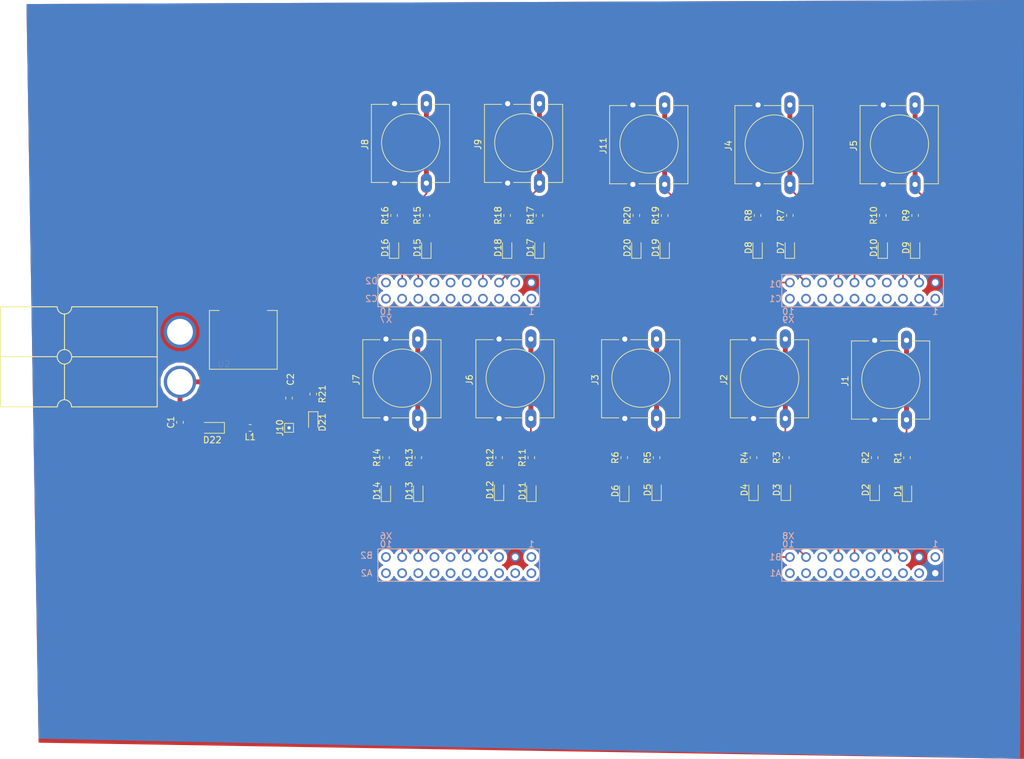
<source format=kicad_pcb>
(kicad_pcb (version 20171130) (host pcbnew "(5.0.0)")
  (layers (0 F.Cu signal) (31 B.Cu signal) (34 B.Paste user) (35 F.Paste user) (36 B.SilkS user) (37 F.SilkS user) (38 B.Mask user) (39 F.Mask user) (44 Edge.Cuts user))
  (net 0 "")
  (net 1 GND)
  (net 2 +3V3)
  (net 3 "Net-(D1-Pad2)")
  (net 4 "Net-(D2-Pad2)")
  (net 5 "Net-(D3-Pad2)")
  (net 6 "Net-(D4-Pad2)")
  (net 7 "Net-(D5-Pad2)")
  (net 8 "Net-(D6-Pad2)")
  (net 9 "Net-(D7-Pad2)")
  (net 10 "Net-(D8-Pad2)")
  (net 11 "Net-(D9-Pad2)")
  (net 12 "Net-(D10-Pad2)")
  (net 13 "Net-(D11-Pad2)")
  (net 14 "Net-(D12-Pad2)")
  (net 15 "Net-(D13-Pad2)")
  (net 16 "Net-(D14-Pad2)")
  (net 17 "Net-(D15-Pad2)")
  (net 18 "Net-(D16-Pad2)")
  (net 19 "Net-(D17-Pad2)")
  (net 20 "Net-(D18-Pad2)")
  (net 21 "Net-(D19-Pad2)")
  (net 22 "Net-(D20-Pad2)")
  (net 23 "Net-(D21-Pad1)")
  (net 24 "Net-(D22-Pad1)")
  (net 25 Send_ArmArticulation)
  (net 26 REC_LED_ArmArticulation)
  (net 27 Send_ScienceSensor)
  (net 28 REC_LED_ScienceSensor)
  (net 29 Send_ScienceActuation)
  (net 30 REC_LED_ScienceActuation)
  (net 31 Send_Gimbal)
  (net 32 REC_LED_Gimbal)
  (net 33 REC_LED_DriveCommand)
  (net 34 Send_NavigationalControl)
  (net 35 REC_LED_NavigationalControl)
  (net 36 Send_12VDistribution)
  (net 37 REC_LED_12VDistribution)
  (net 38 Send_BatteryManagement)
  (net 39 REC_LED_BatteryManagement)
  (net 40 Send_PackVoltageDistribution)
  (net 41 REC_LED_PackVoltageDistribution)
  (net 42 Send_Multimedia)
  (net 43 REC_LED_Multimedia)
  (net 44 "Net-(U1-PadPM6)")
  (net 45 "Net-(U1-PadPQ2)")
  (net 46 "Net-(U1-PadPQ3)")
  (net 47 "Net-(U1-PadPQ0)")
  (net 48 "Net-(U1-PadRese')")
  (net 49 "Net-(U1-PadPN5)")
  (net 50 "Net-(U1-PadPK2)")
  (net 51 "Net-(U1-PadPK1)")
  (net 52 "Net-(U1-PadPB4)")
  (net 53 "Net-(U1-PadPA5)")
  (net 54 "Net-(U1-PadPD2)")
  (net 55 "Net-(U1-PadPP0)")
  (net 56 "Net-(U1-PadPP1)")
  (net 57 "Net-(U1-PadPD4)")
  (net 58 "Net-(U1-PadPD5)")
  (net 59 "Net-(U1-PadPP4)")
  (net 60 "Net-(U1-PadPN4)")
  (net 61 "Net-(U1-PadPG1)")
  (net 62 "Net-(U1-PadPK4)")
  (net 63 "Net-(U1-PadPK5)")
  (net 64 "Net-(U1-PadPM0)")
  (net 65 "Net-(U1-PadPM1)")
  (net 66 "Net-(U1-PadPM2)")
  (net 67 "Net-(U1-PadPH0)")
  (net 68 "Net-(U1-PadPH1)")
  (net 69 "Net-(U1-PadPK6)")
  (net 70 "Net-(U1-PadPK7)")
  (net 71 "Net-(U1-PadPM7)")
  (net 72 "Net-(U1-Pad+5V)")
  (net 73 "Net-(U1-PadPE2)")
  (net 74 "Net-(U1-PadPA6)")
  (net 75 "Net-(U1-PadPE4)")
  (net 76 "Net-(U1-PadPC4)")
  (net 77 "Net-(U1-PadPC5)")
  (net 78 "Net-(U1-PadPC6)")
  (net 79 "Net-(U1-PadPE5)")
  (net 80 "Net-(U1-PadPD3)")
  (net 81 "Net-(U1-PadPC7)")
  (net 82 "Net-(U1-PadPB2)")
  (net 83 "Net-(U1-PadPB3)")
  (net 84 "Net-(U1-PadPF1)")
  (net 85 "Net-(U1-PadPF2)")
  (net 86 "Net-(U1-PadPF3)")
  (net 87 "Net-(U1-PadPG0)")
  (net 88 "Net-(U1-PadPL4)")
  (net 89 "Net-(U1-PadPL5)")
  (net 90 "Net-(U1-PadPL0)")
  (net 91 "Net-(U1-PadPL1)")
  (net 92 "Net-(U1-PadPL2)")
  (net 93 "Net-(U1-PadPL3)")
  (net 94 Send_DriveCommand)
  (net 95 "Net-(U1-PadPH3)")
  (net 96 "Net-(U1-PadRese)")
  (net 97 "Net-(U1-PadPN2)")
  (net 98 "Net-(C1-Pad2)")
  (module Capacitor_SMD:C_0603_1608Metric_Pad1.05x0.95mm_HandSolder (layer F.Cu) (at 103.505 112.155 90)
    (fp_text reference C1 (at 0 -1.43 90) (layer F.SilkS))
    (fp_text value 100uF)
    (pad 1 smd roundrect (at -0.875 0 90) (size 1.05 0.95) (layers F.Cu F.Paste F.Mask) (net 1 GND))
    (pad 2 smd roundrect (at 0.875 0 90) (size 1.05 0.95) (layers F.Cu F.Paste F.Mask) (net 98 "Net-(C1-Pad2)"))
  )
  (module Capacitor_SMD:C_0603_1608Metric_Pad1.05x0.95mm_HandSolder (layer F.Cu) (at 120.65 108.345 90)
    (fp_text reference C2 (at 2.935 0.24 90) (layer F.SilkS))
    (fp_text value 1000uF)
    (pad 2 smd roundrect (at 0.875 0 90) (size 1.05 0.95) (layers F.Cu F.Paste F.Mask) (net 1 GND))
    (pad 1 smd roundrect (at -0.875 0 90) (size 1.05 0.95) (layers F.Cu F.Paste F.Mask) (net 2 +3V3))
  )
  (module MRDT_Connectors:Anderson_2_Horizontal_Side_by_Side (layer F.Cu) (at 103.4796 97.917)
    (fp_text reference Conn1 hide)
    (fp_text value AndersonPP)
    (pad 2 thru_hole circle (at 0.0254 7.874) (size 5.08 5.08) (drill 4.06) (layers *.Cu *.Mask F.Paste) (net 98 "Net-(C1-Pad2)"))
    (pad 1 thru_hole circle (at 0.0254 0) (size 5.08 5.08) (drill 4.06) (layers *.Cu *.Mask F.Paste) (net 1 GND))
  )
  (module LED_SMD:LED_0603_1608Metric_Pad1.05x0.95mm_HandSolder (layer F.Cu) (at 217.805 122.95 90)
    (fp_text reference D1 (at 0 -1.43 90) (layer F.SilkS))
    (fp_text value LED)
    (pad 2 smd roundrect (at 0.875 0 90) (size 1.05 0.95) (layers F.Cu F.Paste F.Mask) (net 3 "Net-(D1-Pad2)"))
    (pad 1 smd roundrect (at -0.875 0 90) (size 1.05 0.95) (layers F.Cu F.Paste F.Mask) (net 1 GND))
  )
  (module LED_SMD:LED_0603_1608Metric_Pad1.05x0.95mm_HandSolder (layer F.Cu) (at 212.725 122.795 90)
    (fp_text reference D2 (at 0 -1.43 90) (layer F.SilkS))
    (fp_text value LED)
    (pad 1 smd roundrect (at -0.875 0 90) (size 1.05 0.95) (layers F.Cu F.Paste F.Mask) (net 1 GND))
    (pad 2 smd roundrect (at 0.875 0 90) (size 1.05 0.95) (layers F.Cu F.Paste F.Mask) (net 4 "Net-(D2-Pad2)"))
  )
  (module LED_SMD:LED_0603_1608Metric_Pad1.05x0.95mm_HandSolder (layer F.Cu) (at 198.755 122.795 90)
    (fp_text reference D3 (at 0 -1.43 90) (layer F.SilkS))
    (fp_text value LED)
    (pad 1 smd roundrect (at -0.875 0 90) (size 1.05 0.95) (layers F.Cu F.Paste F.Mask) (net 1 GND))
    (pad 2 smd roundrect (at 0.875 0 90) (size 1.05 0.95) (layers F.Cu F.Paste F.Mask) (net 5 "Net-(D3-Pad2)"))
  )
  (module LED_SMD:LED_0603_1608Metric_Pad1.05x0.95mm_HandSolder (layer F.Cu) (at 193.675 122.795 90)
    (fp_text reference D4 (at 0 -1.43 90) (layer F.SilkS))
    (fp_text value LED)
    (pad 1 smd roundrect (at -0.875 0 90) (size 1.05 0.95) (layers F.Cu F.Paste F.Mask) (net 1 GND))
    (pad 2 smd roundrect (at 0.875 0 90) (size 1.05 0.95) (layers F.Cu F.Paste F.Mask) (net 6 "Net-(D4-Pad2)"))
  )
  (module LED_SMD:LED_0603_1608Metric_Pad1.05x0.95mm_HandSolder (layer F.Cu) (at 178.435 122.795 90)
    (fp_text reference D5 (at 0 -1.43 90) (layer F.SilkS))
    (fp_text value LED)
    (pad 2 smd roundrect (at 0.875 0 90) (size 1.05 0.95) (layers F.Cu F.Paste F.Mask) (net 7 "Net-(D5-Pad2)"))
    (pad 1 smd roundrect (at -0.875 0 90) (size 1.05 0.95) (layers F.Cu F.Paste F.Mask) (net 1 GND))
  )
  (module LED_SMD:LED_0603_1608Metric_Pad1.05x0.95mm_HandSolder (layer F.Cu) (at 173.355 122.95 90)
    (fp_text reference D6 (at 0 -1.43 90) (layer F.SilkS))
    (fp_text value LED)
    (pad 1 smd roundrect (at -0.875 0 90) (size 1.05 0.95) (layers F.Cu F.Paste F.Mask) (net 1 GND))
    (pad 2 smd roundrect (at 0.875 0 90) (size 1.05 0.95) (layers F.Cu F.Paste F.Mask) (net 8 "Net-(D6-Pad2)"))
  )
  (module LED_SMD:LED_0603_1608Metric_Pad1.05x0.95mm_HandSolder (layer F.Cu) (at 199.39 84.695 90)
    (fp_text reference D7 (at 0 -1.43 90) (layer F.SilkS))
    (fp_text value LED)
    (pad 2 smd roundrect (at 0.875 0 90) (size 1.05 0.95) (layers F.Cu F.Paste F.Mask) (net 9 "Net-(D7-Pad2)"))
    (pad 1 smd roundrect (at -0.875 0 90) (size 1.05 0.95) (layers F.Cu F.Paste F.Mask) (net 1 GND))
  )
  (module LED_SMD:LED_0603_1608Metric_Pad1.05x0.95mm_HandSolder (layer F.Cu) (at 194.31 84.695 90)
    (fp_text reference D8 (at 0 -1.43 90) (layer F.SilkS))
    (fp_text value LED)
    (pad 2 smd roundrect (at 0.875 0 90) (size 1.05 0.95) (layers F.Cu F.Paste F.Mask) (net 10 "Net-(D8-Pad2)"))
    (pad 1 smd roundrect (at -0.875 0 90) (size 1.05 0.95) (layers F.Cu F.Paste F.Mask) (net 1 GND))
  )
  (module LED_SMD:LED_0603_1608Metric_Pad1.05x0.95mm_HandSolder (layer F.Cu) (at 219.075 84.695 90)
    (fp_text reference D9 (at 0 -1.43 90) (layer F.SilkS))
    (fp_text value LED)
    (pad 2 smd roundrect (at 0.875 0 90) (size 1.05 0.95) (layers F.Cu F.Paste F.Mask) (net 11 "Net-(D9-Pad2)"))
    (pad 1 smd roundrect (at -0.875 0 90) (size 1.05 0.95) (layers F.Cu F.Paste F.Mask) (net 1 GND))
  )
  (module LED_SMD:LED_0603_1608Metric_Pad1.05x0.95mm_HandSolder (layer F.Cu) (at 213.995 84.695 90)
    (fp_text reference D10 (at 0 -1.43 90) (layer F.SilkS))
    (fp_text value LED)
    (pad 1 smd roundrect (at -0.875 0 90) (size 1.05 0.95) (layers F.Cu F.Paste F.Mask) (net 1 GND))
    (pad 2 smd roundrect (at 0.875 0 90) (size 1.05 0.95) (layers F.Cu F.Paste F.Mask) (net 12 "Net-(D10-Pad2)"))
  )
  (module LED_SMD:LED_0603_1608Metric_Pad1.05x0.95mm_HandSolder (layer F.Cu) (at 158.75 122.95 90)
    (fp_text reference D11 (at 0 -1.43 90) (layer F.SilkS))
    (fp_text value LED)
    (pad 2 smd roundrect (at 0.875 0 90) (size 1.05 0.95) (layers F.Cu F.Paste F.Mask) (net 13 "Net-(D11-Pad2)"))
    (pad 1 smd roundrect (at -0.875 0 90) (size 1.05 0.95) (layers F.Cu F.Paste F.Mask) (net 1 GND))
  )
  (module LED_SMD:LED_0603_1608Metric_Pad1.05x0.95mm_HandSolder (layer F.Cu) (at 153.67 122.795 90)
    (fp_text reference D12 (at 0 -1.43 90) (layer F.SilkS))
    (fp_text value LED)
    (pad 1 smd roundrect (at -0.875 0 90) (size 1.05 0.95) (layers F.Cu F.Paste F.Mask) (net 1 GND))
    (pad 2 smd roundrect (at 0.875 0 90) (size 1.05 0.95) (layers F.Cu F.Paste F.Mask) (net 14 "Net-(D12-Pad2)"))
  )
  (module LED_SMD:LED_0603_1608Metric_Pad1.05x0.95mm_HandSolder (layer F.Cu) (at 140.97 122.95 90)
    (fp_text reference D13 (at 0 -1.43 90) (layer F.SilkS))
    (fp_text value LED)
    (pad 1 smd roundrect (at -0.875 0 90) (size 1.05 0.95) (layers F.Cu F.Paste F.Mask) (net 1 GND))
    (pad 2 smd roundrect (at 0.875 0 90) (size 1.05 0.95) (layers F.Cu F.Paste F.Mask) (net 15 "Net-(D13-Pad2)"))
  )
  (module LED_SMD:LED_0603_1608Metric_Pad1.05x0.95mm_HandSolder (layer F.Cu) (at 135.89 122.95 90)
    (fp_text reference D14 (at 0 -1.43 90) (layer F.SilkS))
    (fp_text value LED)
    (pad 1 smd roundrect (at -0.875 0 90) (size 1.05 0.95) (layers F.Cu F.Paste F.Mask) (net 1 GND))
    (pad 2 smd roundrect (at 0.875 0 90) (size 1.05 0.95) (layers F.Cu F.Paste F.Mask) (net 16 "Net-(D14-Pad2)"))
  )
  (module LED_SMD:LED_0603_1608Metric_Pad1.05x0.95mm_HandSolder (layer F.Cu) (at 142.24 84.695 90)
    (fp_text reference D15 (at 0 -1.43 90) (layer F.SilkS))
    (fp_text value LED)
    (pad 2 smd roundrect (at 0.875 0 90) (size 1.05 0.95) (layers F.Cu F.Paste F.Mask) (net 17 "Net-(D15-Pad2)"))
    (pad 1 smd roundrect (at -0.875 0 90) (size 1.05 0.95) (layers F.Cu F.Paste F.Mask) (net 1 GND))
  )
  (module LED_SMD:LED_0603_1608Metric_Pad1.05x0.95mm_HandSolder (layer F.Cu) (at 137.16 84.695 90)
    (fp_text reference D16 (at 0 -1.43 90) (layer F.SilkS))
    (fp_text value LED)
    (pad 2 smd roundrect (at 0.875 0 90) (size 1.05 0.95) (layers F.Cu F.Paste F.Mask) (net 18 "Net-(D16-Pad2)"))
    (pad 1 smd roundrect (at -0.875 0 90) (size 1.05 0.95) (layers F.Cu F.Paste F.Mask) (net 1 GND))
  )
  (module LED_SMD:LED_0603_1608Metric_Pad1.05x0.95mm_HandSolder (layer F.Cu) (at 160.02 84.695 90)
    (fp_text reference D17 (at 0 -1.43 90) (layer F.SilkS))
    (fp_text value LED)
    (pad 1 smd roundrect (at -0.875 0 90) (size 1.05 0.95) (layers F.Cu F.Paste F.Mask) (net 1 GND))
    (pad 2 smd roundrect (at 0.875 0 90) (size 1.05 0.95) (layers F.Cu F.Paste F.Mask) (net 19 "Net-(D17-Pad2)"))
  )
  (module LED_SMD:LED_0603_1608Metric_Pad1.05x0.95mm_HandSolder (layer F.Cu) (at 154.94 84.695 90)
    (fp_text reference D18 (at 0 -1.43 90) (layer F.SilkS))
    (fp_text value LED)
    (pad 1 smd roundrect (at -0.875 0 90) (size 1.05 0.95) (layers F.Cu F.Paste F.Mask) (net 1 GND))
    (pad 2 smd roundrect (at 0.875 0 90) (size 1.05 0.95) (layers F.Cu F.Paste F.Mask) (net 20 "Net-(D18-Pad2)"))
  )
  (module LED_SMD:LED_0603_1608Metric_Pad1.05x0.95mm_HandSolder (layer F.Cu) (at 179.705 84.695 90)
    (fp_text reference D19 (at 0 -1.43 90) (layer F.SilkS))
    (fp_text value LED)
    (pad 2 smd roundrect (at 0.875 0 90) (size 1.05 0.95) (layers F.Cu F.Paste F.Mask) (net 21 "Net-(D19-Pad2)"))
    (pad 1 smd roundrect (at -0.875 0 90) (size 1.05 0.95) (layers F.Cu F.Paste F.Mask) (net 1 GND))
  )
  (module LED_SMD:LED_0603_1608Metric_Pad1.05x0.95mm_HandSolder (layer F.Cu) (at 175.26 84.695 90)
    (fp_text reference D20 (at 0 -1.43 90) (layer F.SilkS))
    (fp_text value LED)
    (pad 2 smd roundrect (at 0.875 0 90) (size 1.05 0.95) (layers F.Cu F.Paste F.Mask) (net 22 "Net-(D20-Pad2)"))
    (pad 1 smd roundrect (at -0.875 0 90) (size 1.05 0.95) (layers F.Cu F.Paste F.Mask) (net 1 GND))
  )
  (module LED_SMD:LED_0603_1608Metric_Pad1.05x0.95mm_HandSolder (layer F.Cu) (at 124.46 112.155 270)
    (fp_text reference D21 (at 0 -1.43 270) (layer F.SilkS))
    (fp_text value LED)
    (pad 1 smd roundrect (at -0.875 0 270) (size 1.05 0.95) (layers F.Cu F.Paste F.Mask) (net 23 "Net-(D21-Pad1)"))
    (pad 2 smd roundrect (at 0.875 0 270) (size 1.05 0.95) (layers F.Cu F.Paste F.Mask) (net 2 +3V3))
  )
  (module Button_Switch_THT:SW_PUSH-12mm (layer F.Cu) (at 193.675 111.56 90)
    (fp_text reference J2 (at 6.08 -4.66 90) (layer F.SilkS))
    (fp_text value Conn_02x02_Top_Bottom)
    (pad 1 thru_hole oval (at 12.5 0 90) (size 3.048 1.7272) (drill 0.8128) (layers *.Cu *.Mask) (net 2 +3V3))
    (pad 2 thru_hole oval (at 12.5 5 90) (size 3.048 1.7272) (drill 0.8128) (layers *.Cu *.Mask) (net 27 Send_ScienceSensor))
    (pad 1 thru_hole oval (at 0 0 90) (size 3.048 1.7272) (drill 0.8128) (layers *.Cu *.Mask) (net 2 +3V3))
    (pad 2 thru_hole oval (at 0 5 90) (size 3.048 1.7272) (drill 0.8128) (layers *.Cu *.Mask) (net 27 Send_ScienceSensor))
  )
  (module Button_Switch_THT:SW_PUSH-12mm (layer F.Cu) (at 173.435 111.56 90)
    (fp_text reference J3 (at 6.08 -4.66 90) (layer F.SilkS))
    (fp_text value Conn_02x02_Top_Bottom)
    (pad 1 thru_hole oval (at 12.5 0 90) (size 3.048 1.7272) (drill 0.8128) (layers *.Cu *.Mask) (net 2 +3V3))
    (pad 2 thru_hole oval (at 12.5 5 90) (size 3.048 1.7272) (drill 0.8128) (layers *.Cu *.Mask) (net 29 Send_ScienceActuation))
    (pad 1 thru_hole oval (at 0 0 90) (size 3.048 1.7272) (drill 0.8128) (layers *.Cu *.Mask) (net 2 +3V3))
    (pad 2 thru_hole oval (at 0 5 90) (size 3.048 1.7272) (drill 0.8128) (layers *.Cu *.Mask) (net 29 Send_ScienceActuation))
  )
  (module Button_Switch_THT:SW_PUSH-12mm (layer F.Cu) (at 194.39 74.73 90)
    (fp_text reference J4 (at 6.08 -4.66 90) (layer F.SilkS))
    (fp_text value Conn_02x02_Top_Bottom)
    (pad 2 thru_hole oval (at 0 5 90) (size 3.048 1.7272) (drill 0.8128) (layers *.Cu *.Mask) (net 31 Send_Gimbal))
    (pad 1 thru_hole oval (at 0 0 90) (size 3.048 1.7272) (drill 0.8128) (layers *.Cu *.Mask) (net 2 +3V3))
    (pad 2 thru_hole oval (at 12.5 5 90) (size 3.048 1.7272) (drill 0.8128) (layers *.Cu *.Mask) (net 31 Send_Gimbal))
    (pad 1 thru_hole oval (at 12.5 0 90) (size 3.048 1.7272) (drill 0.8128) (layers *.Cu *.Mask) (net 2 +3V3))
  )
  (module Button_Switch_THT:SW_PUSH-12mm (layer F.Cu) (at 214.075 74.73 90)
    (fp_text reference J5 (at 6.08 -4.66 90) (layer F.SilkS))
    (fp_text value Conn_02x02_Top_Bottom)
    (pad 2 thru_hole oval (at 0 5 90) (size 3.048 1.7272) (drill 0.8128) (layers *.Cu *.Mask) (net 94 Send_DriveCommand))
    (pad 1 thru_hole oval (at 0 0 90) (size 3.048 1.7272) (drill 0.8128) (layers *.Cu *.Mask) (net 2 +3V3))
    (pad 2 thru_hole oval (at 12.5 5 90) (size 3.048 1.7272) (drill 0.8128) (layers *.Cu *.Mask) (net 94 Send_DriveCommand))
    (pad 1 thru_hole oval (at 12.5 0 90) (size 3.048 1.7272) (drill 0.8128) (layers *.Cu *.Mask) (net 2 +3V3))
  )
  (module Button_Switch_THT:SW_PUSH-12mm (layer F.Cu) (at 153.67 111.56 90)
    (fp_text reference J6 (at 6.08 -4.66 90) (layer F.SilkS))
    (fp_text value Conn_02x02_Top_Bottom)
    (pad 2 thru_hole oval (at 0 5 90) (size 3.048 1.7272) (drill 0.8128) (layers *.Cu *.Mask) (net 34 Send_NavigationalControl))
    (pad 1 thru_hole oval (at 0 0 90) (size 3.048 1.7272) (drill 0.8128) (layers *.Cu *.Mask) (net 2 +3V3))
    (pad 2 thru_hole oval (at 12.5 5 90) (size 3.048 1.7272) (drill 0.8128) (layers *.Cu *.Mask) (net 34 Send_NavigationalControl))
    (pad 1 thru_hole oval (at 12.5 0 90) (size 3.048 1.7272) (drill 0.8128) (layers *.Cu *.Mask) (net 2 +3V3))
  )
  (module Button_Switch_THT:SW_PUSH-12mm (layer F.Cu) (at 135.89 111.56 90)
    (fp_text reference J7 (at 6.08 -4.66 90) (layer F.SilkS))
    (fp_text value Conn_02x02_Top_Bottom)
    (pad 1 thru_hole oval (at 12.5 0 90) (size 3.048 1.7272) (drill 0.8128) (layers *.Cu *.Mask) (net 2 +3V3))
    (pad 2 thru_hole oval (at 12.5 5 90) (size 3.048 1.7272) (drill 0.8128) (layers *.Cu *.Mask) (net 36 Send_12VDistribution))
    (pad 1 thru_hole oval (at 0 0 90) (size 3.048 1.7272) (drill 0.8128) (layers *.Cu *.Mask) (net 2 +3V3))
    (pad 2 thru_hole oval (at 0 5 90) (size 3.048 1.7272) (drill 0.8128) (layers *.Cu *.Mask) (net 36 Send_12VDistribution))
  )
  (module Button_Switch_THT:SW_PUSH-12mm (layer F.Cu) (at 137.24 74.53 90)
    (fp_text reference J8 (at 6.08 -4.66 90) (layer F.SilkS))
    (fp_text value Conn_02x02_Top_Bottom)
    (pad 2 thru_hole oval (at 0 5 90) (size 3.048 1.7272) (drill 0.8128) (layers *.Cu *.Mask) (net 38 Send_BatteryManagement))
    (pad 1 thru_hole oval (at 0 0 90) (size 3.048 1.7272) (drill 0.8128) (layers *.Cu *.Mask) (net 2 +3V3))
    (pad 2 thru_hole oval (at 12.5 5 90) (size 3.048 1.7272) (drill 0.8128) (layers *.Cu *.Mask) (net 38 Send_BatteryManagement))
    (pad 1 thru_hole oval (at 12.5 0 90) (size 3.048 1.7272) (drill 0.8128) (layers *.Cu *.Mask) (net 2 +3V3))
  )
  (module Button_Switch_THT:SW_PUSH-12mm (layer F.Cu) (at 155.02 74.53 90)
    (fp_text reference J9 (at 6.08 -4.66 90) (layer F.SilkS))
    (fp_text value Conn_02x02_Top_Bottom)
    (pad 1 thru_hole oval (at 12.5 0 90) (size 3.048 1.7272) (drill 0.8128) (layers *.Cu *.Mask) (net 2 +3V3))
    (pad 2 thru_hole oval (at 12.5 5 90) (size 3.048 1.7272) (drill 0.8128) (layers *.Cu *.Mask) (net 40 Send_PackVoltageDistribution))
    (pad 1 thru_hole oval (at 0 0 90) (size 3.048 1.7272) (drill 0.8128) (layers *.Cu *.Mask) (net 2 +3V3))
    (pad 2 thru_hole oval (at 0 5 90) (size 3.048 1.7272) (drill 0.8128) (layers *.Cu *.Mask) (net 40 Send_PackVoltageDistribution))
  )
  (module Button_Switch_THT:SW_PUSH-12mm (layer F.Cu) (at 174.705 74.73 90)
    (fp_text reference J11 (at 6.08 -4.66 90) (layer F.SilkS))
    (fp_text value Conn_02x02_Top_Bottom)
    (pad 2 thru_hole oval (at 0 5 90) (size 3.048 1.7272) (drill 0.8128) (layers *.Cu *.Mask) (net 42 Send_Multimedia))
    (pad 1 thru_hole oval (at 0 0 90) (size 3.048 1.7272) (drill 0.8128) (layers *.Cu *.Mask) (net 2 +3V3))
    (pad 2 thru_hole oval (at 12.5 5 90) (size 3.048 1.7272) (drill 0.8128) (layers *.Cu *.Mask) (net 42 Send_Multimedia))
    (pad 1 thru_hole oval (at 12.5 0 90) (size 3.048 1.7272) (drill 0.8128) (layers *.Cu *.Mask) (net 2 +3V3))
  )
  (module Inductor_SMD:L_0603_1608Metric_Pad1.05x0.95mm_HandSolder (layer F.Cu) (at 114.54 113.03 180)
    (fp_text reference L1 (at 0 -1.43 180) (layer F.SilkS))
    (fp_text value 100uH)
    (pad 1 smd roundrect (at -0.875 0 180) (size 1.05 0.95) (layers F.Cu F.Paste F.Mask) (net 2 +3V3))
    (pad 2 smd roundrect (at 0.875 0 180) (size 1.05 0.95) (layers F.Cu F.Paste F.Mask) (net 24 "Net-(D22-Pad1)"))
  )
  (module Resistor_SMD:R_0603_1608Metric_Pad1.05x0.95mm_HandSolder (layer F.Cu) (at 217.805 117.715 90)
    (fp_text reference R1 (at 0 -1.43 90) (layer F.SilkS))
    (fp_text value 330)
    (pad 1 smd roundrect (at -0.875 0 90) (size 1.05 0.95) (layers F.Cu F.Paste F.Mask) (net 3 "Net-(D1-Pad2)"))
    (pad 2 smd roundrect (at 0.875 0 90) (size 1.05 0.95) (layers F.Cu F.Paste F.Mask) (net 25 Send_ArmArticulation))
  )
  (module Resistor_SMD:R_0603_1608Metric_Pad1.05x0.95mm_HandSolder (layer F.Cu) (at 212.725 117.715 90)
    (fp_text reference R2 (at 0 -1.43 90) (layer F.SilkS))
    (fp_text value 330)
    (pad 1 smd roundrect (at -0.875 0 90) (size 1.05 0.95) (layers F.Cu F.Paste F.Mask) (net 4 "Net-(D2-Pad2)"))
    (pad 2 smd roundrect (at 0.875 0 90) (size 1.05 0.95) (layers F.Cu F.Paste F.Mask) (net 26 REC_LED_ArmArticulation))
  )
  (module Resistor_SMD:R_0603_1608Metric_Pad1.05x0.95mm_HandSolder (layer F.Cu) (at 198.755 117.715 90)
    (fp_text reference R3 (at 0 -1.43 90) (layer F.SilkS))
    (fp_text value 330)
    (pad 1 smd roundrect (at -0.875 0 90) (size 1.05 0.95) (layers F.Cu F.Paste F.Mask) (net 5 "Net-(D3-Pad2)"))
    (pad 2 smd roundrect (at 0.875 0 90) (size 1.05 0.95) (layers F.Cu F.Paste F.Mask) (net 27 Send_ScienceSensor))
  )
  (module Resistor_SMD:R_0603_1608Metric_Pad1.05x0.95mm_HandSolder (layer F.Cu) (at 193.675 117.715 90)
    (fp_text reference R4 (at 0 -1.43 90) (layer F.SilkS))
    (fp_text value 330)
    (pad 1 smd roundrect (at -0.875 0 90) (size 1.05 0.95) (layers F.Cu F.Paste F.Mask) (net 6 "Net-(D4-Pad2)"))
    (pad 2 smd roundrect (at 0.875 0 90) (size 1.05 0.95) (layers F.Cu F.Paste F.Mask) (net 28 REC_LED_ScienceSensor))
  )
  (module Resistor_SMD:R_0603_1608Metric_Pad1.05x0.95mm_HandSolder (layer F.Cu) (at 178.435 117.715 90)
    (fp_text reference R5 (at 0 -1.43 90) (layer F.SilkS))
    (fp_text value 330)
    (pad 1 smd roundrect (at -0.875 0 90) (size 1.05 0.95) (layers F.Cu F.Paste F.Mask) (net 7 "Net-(D5-Pad2)"))
    (pad 2 smd roundrect (at 0.875 0 90) (size 1.05 0.95) (layers F.Cu F.Paste F.Mask) (net 29 Send_ScienceActuation))
  )
  (module Resistor_SMD:R_0603_1608Metric_Pad1.05x0.95mm_HandSolder (layer F.Cu) (at 173.355 117.715 90)
    (fp_text reference R6 (at 0 -1.43 90) (layer F.SilkS))
    (fp_text value 330)
    (pad 2 smd roundrect (at 0.875 0 90) (size 1.05 0.95) (layers F.Cu F.Paste F.Mask) (net 30 REC_LED_ScienceActuation))
    (pad 1 smd roundrect (at -0.875 0 90) (size 1.05 0.95) (layers F.Cu F.Paste F.Mask) (net 8 "Net-(D6-Pad2)"))
  )
  (module Resistor_SMD:R_0603_1608Metric_Pad1.05x0.95mm_HandSolder (layer F.Cu) (at 199.39 79.615 90)
    (fp_text reference R7 (at 0 -1.43 90) (layer F.SilkS))
    (fp_text value 330)
    (pad 1 smd roundrect (at -0.875 0 90) (size 1.05 0.95) (layers F.Cu F.Paste F.Mask) (net 9 "Net-(D7-Pad2)"))
    (pad 2 smd roundrect (at 0.875 0 90) (size 1.05 0.95) (layers F.Cu F.Paste F.Mask) (net 31 Send_Gimbal))
  )
  (module Resistor_SMD:R_0603_1608Metric_Pad1.05x0.95mm_HandSolder (layer F.Cu) (at 194.31 79.615 90)
    (fp_text reference R8 (at 0 -1.43 90) (layer F.SilkS))
    (fp_text value 330)
    (pad 2 smd roundrect (at 0.875 0 90) (size 1.05 0.95) (layers F.Cu F.Paste F.Mask) (net 32 REC_LED_Gimbal))
    (pad 1 smd roundrect (at -0.875 0 90) (size 1.05 0.95) (layers F.Cu F.Paste F.Mask) (net 10 "Net-(D8-Pad2)"))
  )
  (module Resistor_SMD:R_0603_1608Metric_Pad1.05x0.95mm_HandSolder (layer F.Cu) (at 219.075 79.615 90)
    (fp_text reference R9 (at 0 -1.43 90) (layer F.SilkS))
    (fp_text value 330)
    (pad 2 smd roundrect (at 0.875 0 90) (size 1.05 0.95) (layers F.Cu F.Paste F.Mask) (net 94 Send_DriveCommand))
    (pad 1 smd roundrect (at -0.875 0 90) (size 1.05 0.95) (layers F.Cu F.Paste F.Mask) (net 11 "Net-(D9-Pad2)"))
  )
  (module Resistor_SMD:R_0603_1608Metric_Pad1.05x0.95mm_HandSolder (layer F.Cu) (at 213.995 79.615 90)
    (fp_text reference R10 (at 0 -1.43 90) (layer F.SilkS))
    (fp_text value 330)
    (pad 2 smd roundrect (at 0.875 0 90) (size 1.05 0.95) (layers F.Cu F.Paste F.Mask) (net 33 REC_LED_DriveCommand))
    (pad 1 smd roundrect (at -0.875 0 90) (size 1.05 0.95) (layers F.Cu F.Paste F.Mask) (net 12 "Net-(D10-Pad2)"))
  )
  (module Resistor_SMD:R_0603_1608Metric_Pad1.05x0.95mm_HandSolder (layer F.Cu) (at 158.75 117.715 90)
    (fp_text reference R11 (at 0 -1.43 90) (layer F.SilkS))
    (fp_text value 330)
    (pad 1 smd roundrect (at -0.875 0 90) (size 1.05 0.95) (layers F.Cu F.Paste F.Mask) (net 13 "Net-(D11-Pad2)"))
    (pad 2 smd roundrect (at 0.875 0 90) (size 1.05 0.95) (layers F.Cu F.Paste F.Mask) (net 34 Send_NavigationalControl))
  )
  (module Resistor_SMD:R_0603_1608Metric_Pad1.05x0.95mm_HandSolder (layer F.Cu) (at 153.67 117.715 90)
    (fp_text reference R12 (at 0 -1.43 90) (layer F.SilkS))
    (fp_text value 330)
    (pad 2 smd roundrect (at 0.875 0 90) (size 1.05 0.95) (layers F.Cu F.Paste F.Mask) (net 35 REC_LED_NavigationalControl))
    (pad 1 smd roundrect (at -0.875 0 90) (size 1.05 0.95) (layers F.Cu F.Paste F.Mask) (net 14 "Net-(D12-Pad2)"))
  )
  (module Resistor_SMD:R_0603_1608Metric_Pad1.05x0.95mm_HandSolder (layer F.Cu) (at 140.97 117.715 90)
    (fp_text reference R13 (at 0 -1.43 90) (layer F.SilkS))
    (fp_text value 330)
    (pad 2 smd roundrect (at 0.875 0 90) (size 1.05 0.95) (layers F.Cu F.Paste F.Mask) (net 36 Send_12VDistribution))
    (pad 1 smd roundrect (at -0.875 0 90) (size 1.05 0.95) (layers F.Cu F.Paste F.Mask) (net 15 "Net-(D13-Pad2)"))
  )
  (module Resistor_SMD:R_0603_1608Metric_Pad1.05x0.95mm_HandSolder (layer F.Cu) (at 135.89 117.715 90)
    (fp_text reference R14 (at 0 -1.43 90) (layer F.SilkS))
    (fp_text value 330)
    (pad 2 smd roundrect (at 0.875 0 90) (size 1.05 0.95) (layers F.Cu F.Paste F.Mask) (net 37 REC_LED_12VDistribution))
    (pad 1 smd roundrect (at -0.875 0 90) (size 1.05 0.95) (layers F.Cu F.Paste F.Mask) (net 16 "Net-(D14-Pad2)"))
  )
  (module Resistor_SMD:R_0603_1608Metric_Pad1.05x0.95mm_HandSolder (layer F.Cu) (at 142.24 79.615 90)
    (fp_text reference R15 (at 0 -1.43 90) (layer F.SilkS))
    (fp_text value 330)
    (pad 1 smd roundrect (at -0.875 0 90) (size 1.05 0.95) (layers F.Cu F.Paste F.Mask) (net 17 "Net-(D15-Pad2)"))
    (pad 2 smd roundrect (at 0.875 0 90) (size 1.05 0.95) (layers F.Cu F.Paste F.Mask) (net 38 Send_BatteryManagement))
  )
  (module Resistor_SMD:R_0603_1608Metric_Pad1.05x0.95mm_HandSolder (layer F.Cu) (at 137.16 79.615 90)
    (fp_text reference R16 (at 0 -1.43 90) (layer F.SilkS))
    (fp_text value 330)
    (pad 2 smd roundrect (at 0.875 0 90) (size 1.05 0.95) (layers F.Cu F.Paste F.Mask) (net 39 REC_LED_BatteryManagement))
    (pad 1 smd roundrect (at -0.875 0 90) (size 1.05 0.95) (layers F.Cu F.Paste F.Mask) (net 18 "Net-(D16-Pad2)"))
  )
  (module Resistor_SMD:R_0603_1608Metric_Pad1.05x0.95mm_HandSolder (layer F.Cu) (at 160.02 79.615 90)
    (fp_text reference R17 (at 0 -1.43 90) (layer F.SilkS))
    (fp_text value 330)
    (pad 2 smd roundrect (at 0.875 0 90) (size 1.05 0.95) (layers F.Cu F.Paste F.Mask) (net 40 Send_PackVoltageDistribution))
    (pad 1 smd roundrect (at -0.875 0 90) (size 1.05 0.95) (layers F.Cu F.Paste F.Mask) (net 19 "Net-(D17-Pad2)"))
  )
  (module Resistor_SMD:R_0603_1608Metric_Pad1.05x0.95mm_HandSolder (layer F.Cu) (at 154.94 79.615 90)
    (fp_text reference R18 (at 0 -1.43 90) (layer F.SilkS))
    (fp_text value 330)
    (pad 1 smd roundrect (at -0.875 0 90) (size 1.05 0.95) (layers F.Cu F.Paste F.Mask) (net 20 "Net-(D18-Pad2)"))
    (pad 2 smd roundrect (at 0.875 0 90) (size 1.05 0.95) (layers F.Cu F.Paste F.Mask) (net 41 REC_LED_PackVoltageDistribution))
  )
  (module Resistor_SMD:R_0603_1608Metric_Pad1.05x0.95mm_HandSolder (layer F.Cu) (at 179.705 79.615 90)
    (fp_text reference R19 (at 0 -1.43 90) (layer F.SilkS))
    (fp_text value 330)
    (pad 1 smd roundrect (at -0.875 0 90) (size 1.05 0.95) (layers F.Cu F.Paste F.Mask) (net 21 "Net-(D19-Pad2)"))
    (pad 2 smd roundrect (at 0.875 0 90) (size 1.05 0.95) (layers F.Cu F.Paste F.Mask) (net 42 Send_Multimedia))
  )
  (module Resistor_SMD:R_0603_1608Metric_Pad1.05x0.95mm_HandSolder (layer F.Cu) (at 175.26 79.615 90)
    (fp_text reference R20 (at 0 -1.43 90) (layer F.SilkS))
    (fp_text value 330)
    (pad 1 smd roundrect (at -0.875 0 90) (size 1.05 0.95) (layers F.Cu F.Paste F.Mask) (net 22 "Net-(D20-Pad2)"))
    (pad 2 smd roundrect (at 0.875 0 90) (size 1.05 0.95) (layers F.Cu F.Paste F.Mask) (net 43 REC_LED_Multimedia))
  )
  (module Resistor_SMD:R_0603_1608Metric_Pad1.05x0.95mm_HandSolder (layer F.Cu) (at 124.46 107.71 270)
    (fp_text reference R21 (at 0 -1.43 270) (layer F.SilkS))
    (fp_text value 330)
    (pad 2 smd roundrect (at 0.875 0 270) (size 1.05 0.95) (layers F.Cu F.Paste F.Mask) (net 23 "Net-(D21-Pad1)"))
    (pad 1 smd roundrect (at -0.875 0 270) (size 1.05 0.95) (layers F.Cu F.Paste F.Mask) (net 1 GND))
  )
  (module MRDT_Shields:TM4C129E_Launchpad_FULL_THT_TOP (layer B.Cu) (at 223.52 137.16 180)
    (fp_text reference U1 hide)
    (fp_text value TM4C129E_Launchpad hide)
    (fp_text user 1 (at 1.27 42.418) (layer B.SilkS) (effects (justify mirror)))
    (fp_text user 10 (at 24.384 42.418) (layer B.SilkS) (effects (justify mirror)))
    (fp_text user 1 (at 1.27 5.842) (layer B.SilkS) (effects (justify mirror)))
    (fp_text user 10 (at 24.384 5.842) (layer B.SilkS) (effects (justify mirror)))
    (fp_text user 1 (at 64.77 42.418) (layer B.SilkS) (effects (justify mirror)))
    (fp_text user 10 (at 87.63 42.418) (layer B.SilkS) (effects (justify mirror)))
    (fp_text user 10 (at 87.63 5.842) (layer B.SilkS) (effects (justify mirror)))
    (fp_text user 1 (at 64.77 5.842) (layer B.SilkS) (effects (justify mirror)))
    (fp_text user X9 (at 24.384 41.148) (layer B.SilkS) (effects (justify mirror)))
    (fp_text user X8 (at 24.384 7.112) (layer B.SilkS) (effects (justify mirror)))
    (fp_text user X7 (at 87.63 41.148) (layer B.SilkS) (effects (justify mirror)))
    (fp_text user X6 (at 87.63 7.112 180) (layer B.SilkS) (effects (justify mirror)))
    (fp_text user C1 (at 26.416 44.45) (layer B.SilkS) (effects (justify mirror)))
    (fp_text user D1 (at 26.416 46.736) (layer B.SilkS) (effects (justify mirror)))
    (fp_text user C2 (at 89.916 44.45) (layer B.SilkS) (effects (justify mirror)))
    (fp_text user D2 (at 89.916 47.244 180) (layer B.SilkS) (effects (justify mirror)))
    (fp_text user B1 (at 26.416 3.81) (layer B.SilkS) (effects (justify mirror)))
    (fp_text user A1 (at 26.416 1.27) (layer B.SilkS) (effects (justify mirror)))
    (fp_text user B2 (at 90.678 4.064) (layer B.SilkS) (effects (justify mirror)))
    (fp_text user A2 (at 90.678 1.27) (layer B.SilkS) (effects (justify mirror)))
    (pad +3V3` thru_hole circle (at 64.77 1.27) (size 1.52 1.52) (drill 1) (layers *.Cu *.Mask B.Paste))
    (pad PM6 thru_hole circle (at 87.63 46.99) (size 1.52 1.52) (drill 1) (layers *.Cu *.Mask B.Paste) (net 44 "Net-(U1-PadPM6)"))
    (pad PQ1 thru_hole circle (at 85.09 46.99) (size 1.52 1.52) (drill 1) (layers *.Cu *.Mask B.Paste) (net 39 REC_LED_BatteryManagement))
    (pad PQ2 thru_hole circle (at 77.47 46.99) (size 1.52 1.52) (drill 1) (layers *.Cu *.Mask B.Paste) (net 45 "Net-(U1-PadPQ2)"))
    (pad PK0 thru_hole circle (at 74.93 3.81) (size 1.52 1.52) (drill 1) (layers *.Cu *.Mask B.Paste) (net 35 REC_LED_NavigationalControl))
    (pad PQ3 thru_hole circle (at 80.01 46.99) (size 1.52 1.52) (drill 1) (layers *.Cu *.Mask B.Paste) (net 46 "Net-(U1-PadPQ3)"))
    (pad PP3 thru_hole circle (at 82.55 46.99) (size 1.52 1.52) (drill 1) (layers *.Cu *.Mask B.Paste) (net 38 Send_BatteryManagement))
    (pad PQ0 thru_hole circle (at 80.01 1.27) (size 1.52 1.52) (drill 1) (layers *.Cu *.Mask B.Paste) (net 47 "Net-(U1-PadPQ0)"))
    (pad PA4 thru_hole circle (at 85.09 3.81) (size 1.52 1.52) (drill 1) (layers *.Cu *.Mask B.Paste) (net 37 REC_LED_12VDistribution))
    (pad Rese' thru_hole circle (at 74.93 46.99) (size 1.52 1.52) (drill 1) (layers *.Cu *.Mask B.Paste) (net 48 "Net-(U1-PadRese')"))
    (pad PA7 thru_hole circle (at 72.39 46.99) (size 1.52 1.52) (drill 1) (layers *.Cu *.Mask B.Paste) (net 41 REC_LED_PackVoltageDistribution))
    (pad PN5 thru_hole circle (at 85.09 1.27) (size 1.52 1.52) (drill 1) (layers *.Cu *.Mask B.Paste) (net 49 "Net-(U1-PadPN5)"))
    (pad PK2 thru_hole circle (at 80.01 3.81) (size 1.52 1.52) (drill 1) (layers *.Cu *.Mask B.Paste) (net 50 "Net-(U1-PadPK2)"))
    (pad PK1 thru_hole circle (at 77.47 3.81) (size 1.52 1.52) (drill 1) (layers *.Cu *.Mask B.Paste) (net 51 "Net-(U1-PadPK1)"))
    (pad +5V` thru_hole circle (at 64.77 3.81) (size 1.52 1.52) (drill 1) (layers *.Cu *.Mask B.Paste))
    (pad GND thru_hole circle (at 67.31 3.81) (size 1.52 1.52) (drill 1) (layers *.Cu *.Mask B.Paste) (net 1 GND))
    (pad PB4 thru_hole circle (at 69.85 3.81) (size 1.52 1.52) (drill 1) (layers *.Cu *.Mask B.Paste) (net 52 "Net-(U1-PadPB4)"))
    (pad PB5 thru_hole circle (at 72.39 3.81) (size 1.52 1.52) (drill 1) (layers *.Cu *.Mask B.Paste) (net 34 Send_NavigationalControl))
    (pad PK3 thru_hole circle (at 82.55 3.81) (size 1.52 1.52) (drill 1) (layers *.Cu *.Mask B.Paste) (net 36 Send_12VDistribution))
    (pad PA5 thru_hole circle (at 87.63 3.81) (size 1.52 1.52) (drill 1) (layers *.Cu *.Mask B.Paste) (net 53 "Net-(U1-PadPA5)"))
    (pad PD2 thru_hole circle (at 67.31 1.27) (size 1.52 1.52) (drill 1) (layers *.Cu *.Mask B.Paste) (net 54 "Net-(U1-PadPD2)"))
    (pad PP0 thru_hole circle (at 69.85 1.27) (size 1.52 1.52) (drill 1) (layers *.Cu *.Mask B.Paste) (net 55 "Net-(U1-PadPP0)"))
    (pad PP1 thru_hole circle (at 72.39 1.27) (size 1.52 1.52) (drill 1) (layers *.Cu *.Mask B.Paste) (net 56 "Net-(U1-PadPP1)"))
    (pad PD4 thru_hole circle (at 74.93 1.27) (size 1.52 1.52) (drill 1) (layers *.Cu *.Mask B.Paste) (net 57 "Net-(U1-PadPD4)"))
    (pad PD5 thru_hole circle (at 77.47 1.27) (size 1.52 1.52) (drill 1) (layers *.Cu *.Mask B.Paste) (net 58 "Net-(U1-PadPD5)"))
    (pad PP4 thru_hole circle (at 82.55 1.27) (size 1.52 1.52) (drill 1) (layers *.Cu *.Mask B.Paste) (net 59 "Net-(U1-PadPP4)"))
    (pad PN4 thru_hole circle (at 87.63 1.27) (size 1.52 1.52) (drill 1) (layers *.Cu *.Mask B.Paste) (net 60 "Net-(U1-PadPN4)"))
    (pad PG1 thru_hole circle (at 64.77 44.45) (size 1.52 1.52) (drill 1) (layers *.Cu *.Mask B.Paste) (net 61 "Net-(U1-PadPG1)"))
    (pad PK4 thru_hole circle (at 67.31 44.45) (size 1.52 1.52) (drill 1) (layers *.Cu *.Mask B.Paste) (net 62 "Net-(U1-PadPK4)"))
    (pad PK5 thru_hole circle (at 69.85 44.45) (size 1.52 1.52) (drill 1) (layers *.Cu *.Mask B.Paste) (net 63 "Net-(U1-PadPK5)"))
    (pad PM0 thru_hole circle (at 72.39 44.45) (size 1.52 1.52) (drill 1) (layers *.Cu *.Mask B.Paste) (net 64 "Net-(U1-PadPM0)"))
    (pad PM1 thru_hole circle (at 74.93 44.45) (size 1.52 1.52) (drill 1) (layers *.Cu *.Mask B.Paste) (net 65 "Net-(U1-PadPM1)"))
    (pad PM2 thru_hole circle (at 77.47 44.45) (size 1.52 1.52) (drill 1) (layers *.Cu *.Mask B.Paste) (net 66 "Net-(U1-PadPM2)"))
    (pad PH0 thru_hole circle (at 80.01 44.45) (size 1.52 1.52) (drill 1) (layers *.Cu *.Mask B.Paste) (net 67 "Net-(U1-PadPH0)"))
    (pad PH1 thru_hole circle (at 82.55 44.45) (size 1.52 1.52) (drill 1) (layers *.Cu *.Mask B.Paste) (net 68 "Net-(U1-PadPH1)"))
    (pad PK6 thru_hole circle (at 85.09 44.45) (size 1.52 1.52) (drill 1) (layers *.Cu *.Mask B.Paste) (net 69 "Net-(U1-PadPK6)"))
    (pad PK7 thru_hole circle (at 87.63 44.45) (size 1.52 1.52) (drill 1) (layers *.Cu *.Mask B.Paste) (net 70 "Net-(U1-PadPK7)"))
    (pad GND thru_hole circle (at 64.77 46.99) (size 1.52 1.52) (drill 1) (layers *.Cu *.Mask B.Paste) (net 1 GND))
    (pad PM7 thru_hole circle (at 67.31 46.99) (size 1.52 1.52) (drill 1) (layers *.Cu *.Mask B.Paste) (net 71 "Net-(U1-PadPM7)"))
    (pad PP5 thru_hole circle (at 69.85 46.99) (size 1.52 1.52) (drill 1) (layers *.Cu *.Mask B.Paste) (net 40 Send_PackVoltageDistribution))
    (pad +5V thru_hole circle (at 1.27 3.81) (size 1.52 1.52) (drill 1) (layers *.Cu *.Mask B.Paste) (net 72 "Net-(U1-Pad+5V)"))
    (pad GND thru_hole circle (at 3.81 3.81) (size 1.52 1.52) (drill 1) (layers *.Cu *.Mask B.Paste) (net 1 GND))
    (pad PE0 thru_hole circle (at 6.35 3.81) (size 1.52 1.52) (drill 1) (layers *.Cu *.Mask B.Paste) (net 25 Send_ArmArticulation))
    (pad PE1 thru_hole circle (at 8.89 3.81) (size 1.52 1.52) (drill 1) (layers *.Cu *.Mask B.Paste) (net 26 REC_LED_ArmArticulation))
    (pad PE2 thru_hole circle (at 11.43 3.81) (size 1.52 1.52) (drill 1) (layers *.Cu *.Mask B.Paste) (net 73 "Net-(U1-PadPE2)"))
    (pad PE3 thru_hole circle (at 13.97 3.81) (size 1.52 1.52) (drill 1) (layers *.Cu *.Mask B.Paste) (net 27 Send_ScienceSensor))
    (pad PD7 thru_hole circle (at 16.51 3.81) (size 1.52 1.52) (drill 1) (layers *.Cu *.Mask B.Paste) (net 28 REC_LED_ScienceSensor))
    (pad PA6 thru_hole circle (at 19.05 3.81) (size 1.52 1.52) (drill 1) (layers *.Cu *.Mask B.Paste) (net 74 "Net-(U1-PadPA6)"))
    (pad PM4 thru_hole circle (at 21.59 3.81) (size 1.52 1.52) (drill 1) (layers *.Cu *.Mask B.Paste) (net 29 Send_ScienceActuation))
    (pad PM5 thru_hole circle (at 24.13 3.81) (size 1.52 1.52) (drill 1) (layers *.Cu *.Mask B.Paste) (net 30 REC_LED_ScienceActuation))
    (pad +3V3 thru_hole circle (at 1.27 1.27) (size 1.52 1.52) (drill 1) (layers *.Cu *.Mask B.Paste) (net 2 +3V3))
    (pad PE4 thru_hole circle (at 3.81 1.27) (size 1.52 1.52) (drill 1) (layers *.Cu *.Mask B.Paste) (net 75 "Net-(U1-PadPE4)"))
    (pad PC4 thru_hole circle (at 6.35 1.27) (size 1.52 1.52) (drill 1) (layers *.Cu *.Mask B.Paste) (net 76 "Net-(U1-PadPC4)"))
    (pad PC5 thru_hole circle (at 8.89 1.27) (size 1.52 1.52) (drill 1) (layers *.Cu *.Mask B.Paste) (net 77 "Net-(U1-PadPC5)"))
    (pad PC6 thru_hole circle (at 11.43 1.27) (size 1.52 1.52) (drill 1) (layers *.Cu *.Mask B.Paste) (net 78 "Net-(U1-PadPC6)"))
    (pad PE5 thru_hole circle (at 13.97 1.27) (size 1.52 1.52) (drill 1) (layers *.Cu *.Mask B.Paste) (net 79 "Net-(U1-PadPE5)"))
    (pad PD3 thru_hole circle (at 16.51 1.27) (size 1.52 1.52) (drill 1) (layers *.Cu *.Mask B.Paste) (net 80 "Net-(U1-PadPD3)"))
    (pad PC7 thru_hole circle (at 19.05 1.27) (size 1.52 1.52) (drill 1) (layers *.Cu *.Mask B.Paste) (net 81 "Net-(U1-PadPC7)"))
    (pad PB2 thru_hole circle (at 21.59 1.27) (size 1.52 1.52) (drill 1) (layers *.Cu *.Mask B.Paste) (net 82 "Net-(U1-PadPB2)"))
    (pad PB3 thru_hole circle (at 24.13 1.27) (size 1.52 1.52) (drill 1) (layers *.Cu *.Mask B.Paste) (net 83 "Net-(U1-PadPB3)"))
    (pad PF1 thru_hole circle (at 1.27 44.45) (size 1.52 1.52) (drill 1) (layers *.Cu *.Mask B.Paste) (net 84 "Net-(U1-PadPF1)"))
    (pad PF2 thru_hole circle (at 3.81 44.45) (size 1.52 1.52) (drill 1) (layers *.Cu *.Mask B.Paste) (net 85 "Net-(U1-PadPF2)"))
    (pad PF3 thru_hole circle (at 6.35 44.45) (size 1.52 1.52) (drill 1) (layers *.Cu *.Mask B.Paste) (net 86 "Net-(U1-PadPF3)"))
    (pad PG0 thru_hole circle (at 8.89 44.45) (size 1.52 1.52) (drill 1) (layers *.Cu *.Mask B.Paste) (net 87 "Net-(U1-PadPG0)"))
    (pad PL4 thru_hole circle (at 11.43 44.45) (size 1.52 1.52) (drill 1) (layers *.Cu *.Mask B.Paste) (net 88 "Net-(U1-PadPL4)"))
    (pad PL5 thru_hole circle (at 13.97 44.45) (size 1.52 1.52) (drill 1) (layers *.Cu *.Mask B.Paste) (net 89 "Net-(U1-PadPL5)"))
    (pad PL0 thru_hole circle (at 16.51 44.45) (size 1.52 1.52) (drill 1) (layers *.Cu *.Mask B.Paste) (net 90 "Net-(U1-PadPL0)"))
    (pad PL1 thru_hole circle (at 19.05 44.45) (size 1.52 1.52) (drill 1) (layers *.Cu *.Mask B.Paste) (net 91 "Net-(U1-PadPL1)"))
    (pad PL2 thru_hole circle (at 21.59 44.45) (size 1.52 1.52) (drill 1) (layers *.Cu *.Mask B.Paste) (net 92 "Net-(U1-PadPL2)"))
    (pad PL3 thru_hole circle (at 24.13 44.45) (size 1.52 1.52) (drill 1) (layers *.Cu *.Mask B.Paste) (net 93 "Net-(U1-PadPL3)"))
    (pad GND thru_hole circle (at 1.27 46.99) (size 1.52 1.52) (drill 1) (layers *.Cu *.Mask B.Paste) (net 1 GND))
    (pad PM3 thru_hole circle (at 3.81 46.99) (size 1.52 1.52) (drill 1) (layers *.Cu *.Mask B.Paste) (net 94 Send_DriveCommand))
    (pad PH2 thru_hole circle (at 6.35 46.99) (size 1.52 1.52) (drill 1) (layers *.Cu *.Mask B.Paste) (net 33 REC_LED_DriveCommand))
    (pad PH3 thru_hole circle (at 8.89 46.99) (size 1.52 1.52) (drill 1) (layers *.Cu *.Mask B.Paste) (net 95 "Net-(U1-PadPH3)"))
    (pad Rese thru_hole circle (at 11.43 46.99) (size 1.52 1.52) (drill 1) (layers *.Cu *.Mask B.Paste) (net 96 "Net-(U1-PadRese)"))
    (pad PD1 thru_hole circle (at 13.97 46.99) (size 1.52 1.52) (drill 1) (layers *.Cu *.Mask B.Paste) (net 31 Send_Gimbal))
    (pad PD0 thru_hole circle (at 16.51 46.99) (size 1.52 1.52) (drill 1) (layers *.Cu *.Mask B.Paste) (net 32 REC_LED_Gimbal))
    (pad PN2 thru_hole circle (at 19.05 46.99) (size 1.52 1.52) (drill 1) (layers *.Cu *.Mask B.Paste) (net 97 "Net-(U1-PadPN2)"))
    (pad PN3 thru_hole circle (at 21.59 46.99) (size 1.52 1.52) (drill 1) (layers *.Cu *.Mask B.Paste) (net 42 Send_Multimedia))
    (pad PP2 thru_hole circle (at 24.13 46.99) (size 1.52 1.52) (drill 1) (layers *.Cu *.Mask B.Paste) (net 43 REC_LED_Multimedia))
  )
  (module MRDT_Devices:LM2576 (layer F.Cu) (at 113.46 100.965)
    (fp_text reference U2 (at -3.048 2.032) (layer F.SilkS) (effects (font (size 1.001433 1.001433) (thickness 0.015))))
    (fp_text value LM2576D2TR4)
    (pad 6 smd rect (at 0 -3.91) (size 7 9) (layers F.Cu F.Paste F.Mask) (net 1 GND))
    (pad 5 smd rect (at 3.4 6.33) (size 1 4) (layers F.Cu F.Paste F.Mask) (net 1 GND))
    (pad 4 smd rect (at 1.7 6.33) (size 1 4) (layers F.Cu F.Paste F.Mask) (net 2 +3V3))
    (pad 3 smd rect (at 0 6.33) (size 1 4) (layers F.Cu F.Paste F.Mask) (net 1 GND))
    (pad 2 smd rect (at -1.7 6.33) (size 1 4) (layers F.Cu F.Paste F.Mask) (net 24 "Net-(D22-Pad1)"))
    (pad 1 smd rect (at -3.4 6.33) (size 1 4) (layers F.Cu F.Paste F.Mask) (net 98 "Net-(C1-Pad2)"))
  )
  (module Button_Switch_THT:SW_PUSH-12mm (layer F.Cu) (at 212.725 111.76 90)
    (fp_text reference J1 (at 6.08 -4.66 90) (layer F.SilkS))
    (fp_text value Conn_02x02_Top_Bottom)
    (pad 1 thru_hole oval (at 12.5 0 90) (size 3.048 1.7272) (drill 0.8128) (layers *.Cu *.Mask) (net 2 +3V3))
    (pad 2 thru_hole oval (at 12.5 5 90) (size 3.048 1.7272) (drill 0.8128) (layers *.Cu *.Mask) (net 25 Send_ArmArticulation))
    (pad 1 thru_hole oval (at 0 0 90) (size 3.048 1.7272) (drill 0.8128) (layers *.Cu *.Mask) (net 2 +3V3))
    (pad 2 thru_hole oval (at 0 5 90) (size 3.048 1.7272) (drill 0.8128) (layers *.Cu *.Mask) (net 25 Send_ArmArticulation))
  )
  (module Diode_SMD:D_SOD-323_HandSoldering (layer F.Cu) (at 108.585 113.03 180)
    (fp_text reference D22 (at 0 -1.905 180) (layer F.SilkS))
    (fp_text value D_Schottky)
    (pad 1 smd rect (at -1.25 0 180) (size 1 1) (layers F.Cu F.Paste F.Mask) (net 24 "Net-(D22-Pad1)"))
    (pad 2 smd rect (at 1.25 0 180) (size 1 1) (layers F.Cu F.Paste F.Mask) (net 1 GND))
  )
  (module TestPoint:TestPoint_THTPad_1.0x1.0mm_Drill0.5mm (layer F.Cu) (at 120.65 113.03 90)
    (fp_text reference J10 (at 0 -1.448 90) (layer F.SilkS))
    (fp_text value Test_Point)
    (pad 1 thru_hole rect (at 0 0 90) (size 1 1) (drill 0.5) (layers *.Cu *.Mask) (net 2 +3V3))
  )
  (segment (start 103.505 97.917) (end 112.598 97.917) (width 0.762) (layer F.Cu) (net 1))
  (segment (start 112.598 97.917) (end 113.46 97.055) (width 0.762) (layer F.Cu) (net 1))
  (segment (start 115.16 112.775) (end 115.415 113.03) (width 0.381) (layer F.Cu) (net 2))
  (segment (start 120.65 113.03) (end 120.65 109.22) (width 0.381) (layer F.Cu) (net 2))
  (segment (start 115.415 113.03) (end 120.65 113.03) (width 0.381) (layer F.Cu) (net 2))
  (segment (start 115.16 107.295) (end 115.16 112.775) (width 0.381) (layer F.Cu) (net 2))
  (segment (start 120.65 113.03) (end 124.46 113.03) (width 0.381) (layer F.Cu) (net 2))
  (segment (start 217.805 118.59) (end 217.805 122.075) (width 0.254) (layer F.Cu) (net 3))
  (segment (start 212.725 118.59) (end 212.725 121.92) (width 0.254) (layer F.Cu) (net 4))
  (segment (start 198.755 118.59) (end 198.755 121.92) (width 0.254) (layer F.Cu) (net 5))
  (segment (start 193.675 118.59) (end 193.675 121.92) (width 0.254) (layer F.Cu) (net 6))
  (segment (start 178.435 118.59) (end 178.435 121.92) (width 0.254) (layer F.Cu) (net 7))
  (segment (start 173.355 118.59) (end 173.355 122.075) (width 0.254) (layer F.Cu) (net 8))
  (segment (start 199.39 80.49) (end 199.39 83.82) (width 0.254) (layer F.Cu) (net 9))
  (segment (start 194.31 80.49) (end 194.31 83.82) (width 0.254) (layer F.Cu) (net 10))
  (segment (start 219.075 80.49) (end 219.075 83.82) (width 0.254) (layer F.Cu) (net 11))
  (segment (start 213.995 80.49) (end 213.995 83.82) (width 0.254) (layer F.Cu) (net 12))
  (segment (start 158.75 118.59) (end 158.75 122.075) (width 0.254) (layer F.Cu) (net 13))
  (segment (start 153.67 118.59) (end 153.67 121.92) (width 0.254) (layer F.Cu) (net 14))
  (segment (start 140.97 118.59) (end 140.97 122.075) (width 0.254) (layer F.Cu) (net 15))
  (segment (start 135.89 118.59) (end 135.89 122.075) (width 0.254) (layer F.Cu) (net 16))
  (segment (start 142.24 80.49) (end 142.24 83.82) (width 0.254) (layer F.Cu) (net 17))
  (segment (start 137.16 80.49) (end 137.16 83.82) (width 0.254) (layer F.Cu) (net 18))
  (segment (start 160.02 80.49) (end 160.02 83.82) (width 0.254) (layer F.Cu) (net 19))
  (segment (start 154.94 80.49) (end 154.94 83.82) (width 0.254) (layer F.Cu) (net 20))
  (segment (start 179.705 80.49) (end 179.705 83.82) (width 0.254) (layer F.Cu) (net 21))
  (segment (start 175.26 80.49) (end 175.26 83.82) (width 0.254) (layer F.Cu) (net 22))
  (segment (start 124.46 111.28) (end 124.46 108.585) (width 0.381) (layer F.Cu) (net 23))
  (segment (start 113.665 113.03) (end 111.76 113.03) (width 0.381) (layer F.Cu) (net 24))
  (segment (start 111.76 113.03) (end 109.835 113.03) (width 0.381) (layer F.Cu) (net 24))
  (segment (start 111.76 107.295) (end 111.76 113.03) (width 0.381) (layer F.Cu) (net 24))
  (segment (start 217.305928 117.339072) (end 217.805 116.84) (width 0.254) (layer F.Cu) (net 25))
  (segment (start 216.410001 118.234999) (end 217.305928 117.339072) (width 0.254) (layer F.Cu) (net 25))
  (segment (start 216.410001 132.590001) (end 216.410001 118.234999) (width 0.254) (layer F.Cu) (net 25))
  (segment (start 217.17 133.35) (end 216.410001 132.590001) (width 0.254) (layer F.Cu) (net 25))
  (segment (start 216.410001 118.234999) (end 216.410001 115.059999) (width 0.254) (layer F.Cu) (net 25))
  (segment (start 217.725 113.745) (end 217.725 111.76) (width 0.254) (layer F.Cu) (net 25))
  (segment (start 216.410001 115.059999) (end 217.725 113.745) (width 0.254) (layer F.Cu) (net 25))
  (segment (start 217.725 101.546) (end 217.725 111.76) (width 0.762) (layer F.Cu) (net 25))
  (segment (start 217.725 99.26) (end 217.725 101.546) (width 0.762) (layer F.Cu) (net 25))
  (segment (start 214.63 118.745) (end 212.725 116.84) (width 0.254) (layer F.Cu) (net 26))
  (segment (start 214.63 133.35) (end 214.63 118.745) (width 0.254) (layer F.Cu) (net 26))
  (segment (start 209.55 133.35) (end 209.55 116.84) (width 0.254) (layer F.Cu) (net 27))
  (segment (start 209.55 116.84) (end 208.28 115.57) (width 0.254) (layer F.Cu) (net 27))
  (segment (start 200.025 115.57) (end 198.755 116.84) (width 0.254) (layer F.Cu) (net 27))
  (segment (start 208.28 115.57) (end 200.025 115.57) (width 0.254) (layer F.Cu) (net 27))
  (segment (start 198.675 114.22) (end 198.675 111.56) (width 0.254) (layer F.Cu) (net 27))
  (segment (start 200.025 115.57) (end 198.675 114.22) (width 0.254) (layer F.Cu) (net 27))
  (segment (start 198.675 101.346) (end 198.675 111.56) (width 0.762) (layer F.Cu) (net 27))
  (segment (start 198.675 99.06) (end 198.675 101.346) (width 0.762) (layer F.Cu) (net 27))
  (segment (start 207.01 133.35) (end 207.01 132.08) (width 0.254) (layer F.Cu) (net 28))
  (segment (start 207.01 132.08) (end 205.74 130.81) (width 0.254) (layer F.Cu) (net 28))
  (segment (start 205.74 130.81) (end 196.85 130.81) (width 0.254) (layer F.Cu) (net 28))
  (segment (start 196.85 130.81) (end 195.58 129.54) (width 0.254) (layer F.Cu) (net 28))
  (segment (start 195.58 129.54) (end 195.58 118.11) (width 0.254) (layer F.Cu) (net 28))
  (segment (start 195.58 118.11) (end 194.31 116.84) (width 0.254) (layer F.Cu) (net 28))
  (segment (start 194.31 116.84) (end 193.675 116.84) (width 0.254) (layer F.Cu) (net 28))
  (segment (start 201.93 133.35) (end 200.66 132.08) (width 0.254) (layer F.Cu) (net 29))
  (segment (start 200.66 132.08) (end 181.61 132.08) (width 0.254) (layer F.Cu) (net 29))
  (segment (start 181.61 132.08) (end 180.34 130.81) (width 0.254) (layer F.Cu) (net 29))
  (segment (start 180.34 130.81) (end 180.34 118.11) (width 0.254) (layer F.Cu) (net 29))
  (segment (start 180.34 118.11) (end 179.07 116.84) (width 0.254) (layer F.Cu) (net 29))
  (segment (start 179.07 116.84) (end 178.435 116.84) (width 0.254) (layer F.Cu) (net 29))
  (segment (start 178.435 113.665) (end 178.435 111.56) (width 0.254) (layer F.Cu) (net 29))
  (segment (start 180.34 118.11) (end 180.34 115.57) (width 0.254) (layer F.Cu) (net 29))
  (segment (start 180.34 115.57) (end 178.435 113.665) (width 0.254) (layer F.Cu) (net 29))
  (segment (start 178.435 101.346) (end 178.435 111.56) (width 0.762) (layer F.Cu) (net 29))
  (segment (start 178.435 99.06) (end 178.435 101.346) (width 0.762) (layer F.Cu) (net 29))
  (segment (start 199.39 133.35) (end 176.53 133.35) (width 0.254) (layer F.Cu) (net 30))
  (segment (start 176.53 133.35) (end 175.26 132.08) (width 0.254) (layer F.Cu) (net 30))
  (segment (start 175.26 132.08) (end 175.26 118.11) (width 0.254) (layer F.Cu) (net 30))
  (segment (start 175.26 118.11) (end 173.99 116.84) (width 0.254) (layer F.Cu) (net 30))
  (segment (start 173.99 116.84) (end 173.355 116.84) (width 0.254) (layer F.Cu) (net 30))
  (segment (start 209.55 90.17) (end 209.55 80.01) (width 0.254) (layer F.Cu) (net 31))
  (segment (start 209.55 80.01) (end 208.28 78.74) (width 0.254) (layer F.Cu) (net 31))
  (segment (start 199.39 75.3904) (end 199.39 74.73) (width 0.254) (layer F.Cu) (net 31))
  (segment (start 201.93 77.9304) (end 199.39 75.3904) (width 0.254) (layer F.Cu) (net 31))
  (segment (start 201.93 78.74) (end 201.93 77.9304) (width 0.254) (layer F.Cu) (net 31))
  (segment (start 201.93 78.74) (end 199.39 78.74) (width 0.254) (layer F.Cu) (net 31))
  (segment (start 208.28 78.74) (end 201.93 78.74) (width 0.254) (layer F.Cu) (net 31))
  (segment (start 199.39 62.23) (end 199.39 74.73) (width 0.762) (layer F.Cu) (net 31))
  (segment (start 207.01 90.17) (end 207.01 88.9) (width 0.254) (layer F.Cu) (net 32))
  (segment (start 207.01 88.9) (end 205.74 87.63) (width 0.254) (layer F.Cu) (net 32))
  (segment (start 205.74 87.63) (end 196.85 87.63) (width 0.254) (layer F.Cu) (net 32))
  (segment (start 196.85 87.63) (end 195.58 86.36) (width 0.254) (layer F.Cu) (net 32))
  (segment (start 195.58 80.01) (end 194.31 78.74) (width 0.254) (layer F.Cu) (net 32))
  (segment (start 195.58 86.36) (end 195.58 80.01) (width 0.254) (layer F.Cu) (net 32))
  (segment (start 217.17 90.17) (end 217.17 80.01) (width 0.254) (layer F.Cu) (net 33))
  (segment (start 217.17 80.01) (end 215.9 78.74) (width 0.254) (layer F.Cu) (net 33))
  (segment (start 215.9 78.74) (end 213.995 78.74) (width 0.254) (layer F.Cu) (net 33))
  (segment (start 151.13 133.35) (end 151.13 130.81) (width 0.254) (layer F.Cu) (net 34))
  (segment (start 151.13 130.81) (end 152.4 129.54) (width 0.254) (layer F.Cu) (net 34))
  (segment (start 152.4 129.54) (end 154.94 129.54) (width 0.254) (layer F.Cu) (net 34))
  (segment (start 154.94 129.54) (end 156.21 128.27) (width 0.254) (layer F.Cu) (net 34))
  (segment (start 156.21 128.27) (end 156.21 118.11) (width 0.254) (layer F.Cu) (net 34))
  (segment (start 156.21 118.11) (end 157.48 116.84) (width 0.254) (layer F.Cu) (net 34))
  (segment (start 157.48 116.84) (end 158.75 116.84) (width 0.254) (layer F.Cu) (net 34))
  (segment (start 156.21 118.11) (end 156.21 116.84) (width 0.254) (layer F.Cu) (net 34))
  (segment (start 158.67 114.38) (end 158.67 111.56) (width 0.254) (layer F.Cu) (net 34))
  (segment (start 156.21 116.84) (end 158.67 114.38) (width 0.254) (layer F.Cu) (net 34))
  (segment (start 158.67 99.06) (end 158.67 111.56) (width 0.762) (layer F.Cu) (net 34))
  (segment (start 148.59 133.35) (end 148.59 118.11) (width 0.254) (layer F.Cu) (net 35))
  (segment (start 148.59 118.11) (end 149.86 116.84) (width 0.254) (layer F.Cu) (net 35))
  (segment (start 149.86 116.84) (end 153.67 116.84) (width 0.254) (layer F.Cu) (net 35))
  (segment (start 140.97 133.35) (end 140.97 127) (width 0.254) (layer F.Cu) (net 36))
  (segment (start 140.97 127) (end 143.51 124.46) (width 0.254) (layer F.Cu) (net 36))
  (segment (start 143.51 124.46) (end 143.51 116.84) (width 0.254) (layer F.Cu) (net 36))
  (segment (start 143.51 116.84) (end 140.97 114.3) (width 0.254) (layer F.Cu) (net 36))
  (segment (start 140.97 114.3) (end 140.97 116.84) (width 0.254) (layer F.Cu) (net 36))
  (segment (start 140.89 114.22) (end 140.89 111.56) (width 0.254) (layer F.Cu) (net 36))
  (segment (start 140.97 114.3) (end 140.89 114.22) (width 0.254) (layer F.Cu) (net 36))
  (segment (start 140.89 99.06) (end 140.89 111.56) (width 0.762) (layer F.Cu) (net 36))
  (segment (start 138.43 119.38) (end 135.89 116.84) (width 0.254) (layer F.Cu) (net 37))
  (segment (start 138.43 133.35) (end 138.43 119.38) (width 0.254) (layer F.Cu) (net 37))
  (segment (start 140.97 89.095198) (end 140.335 88.460198) (width 0.254) (layer F.Cu) (net 38))
  (segment (start 140.97 90.17) (end 140.97 89.095198) (width 0.254) (layer F.Cu) (net 38))
  (segment (start 140.335 88.460198) (end 140.335 79.375) (width 0.254) (layer F.Cu) (net 38))
  (segment (start 140.97 78.74) (end 142.24 78.74) (width 0.254) (layer F.Cu) (net 38))
  (segment (start 140.335 79.375) (end 140.97 78.74) (width 0.254) (layer F.Cu) (net 38))
  (segment (start 140.335 79.375) (end 140.335 78.105) (width 0.254) (layer F.Cu) (net 38))
  (segment (start 140.335 78.105) (end 142.24 76.2) (width 0.254) (layer F.Cu) (net 38))
  (segment (start 142.24 76.2) (end 142.24 74.53) (width 0.254) (layer F.Cu) (net 38))
  (segment (start 142.24 72.244) (end 142.24 62.03) (width 0.762) (layer F.Cu) (net 38))
  (segment (start 142.24 74.53) (end 142.24 72.244) (width 0.762) (layer F.Cu) (net 38))
  (segment (start 137.795 78.74) (end 137.16 78.74) (width 0.254) (layer F.Cu) (net 39))
  (segment (start 138.43 90.17) (end 138.43 79.375) (width 0.254) (layer F.Cu) (net 39))
  (segment (start 138.43 79.375) (end 137.795 78.74) (width 0.254) (layer F.Cu) (net 39))
  (segment (start 160.02 75.1904) (end 160.02 74.53) (width 0.254) (layer F.Cu) (net 40))
  (segment (start 157.48 77.7304) (end 160.02 75.1904) (width 0.254) (layer F.Cu) (net 40))
  (segment (start 156.21 88.9) (end 157.48 87.63) (width 0.254) (layer F.Cu) (net 40))
  (segment (start 154.94 88.9) (end 156.21 88.9) (width 0.254) (layer F.Cu) (net 40))
  (segment (start 153.67 90.17) (end 154.94 88.9) (width 0.254) (layer F.Cu) (net 40))
  (segment (start 160.02 78.74) (end 158.75 78.74) (width 0.254) (layer F.Cu) (net 40))
  (segment (start 158.75 78.74) (end 157.48 80.01) (width 0.254) (layer F.Cu) (net 40))
  (segment (start 157.48 87.63) (end 157.48 80.01) (width 0.254) (layer F.Cu) (net 40))
  (segment (start 157.48 80.01) (end 157.48 77.7304) (width 0.254) (layer F.Cu) (net 40))
  (segment (start 160.02 64.316) (end 160.02 74.53) (width 0.762) (layer F.Cu) (net 40))
  (segment (start 160.02 62.03) (end 160.02 64.316) (width 0.762) (layer F.Cu) (net 40))
  (segment (start 151.13 90.17) (end 151.13 80.01) (width 0.254) (layer F.Cu) (net 41))
  (segment (start 151.13 80.01) (end 152.4 78.74) (width 0.254) (layer F.Cu) (net 41))
  (segment (start 152.4 78.74) (end 154.94 78.74) (width 0.254) (layer F.Cu) (net 41))
  (segment (start 179.705 75.3904) (end 179.705 74.73) (width 0.254) (layer F.Cu) (net 42))
  (segment (start 181.61 77.2954) (end 179.705 75.3904) (width 0.254) (layer F.Cu) (net 42))
  (segment (start 181.61 87.63) (end 181.61 77.2954) (width 0.254) (layer F.Cu) (net 42))
  (segment (start 182.88 88.9) (end 181.61 87.63) (width 0.254) (layer F.Cu) (net 42))
  (segment (start 200.66 88.9) (end 182.88 88.9) (width 0.254) (layer F.Cu) (net 42))
  (segment (start 201.93 90.17) (end 200.66 88.9) (width 0.254) (layer F.Cu) (net 42))
  (segment (start 179.705 78.74) (end 180.34 78.74) (width 0.254) (layer F.Cu) (net 42))
  (segment (start 180.34 78.74) (end 181.61 80.01) (width 0.254) (layer F.Cu) (net 42))
  (segment (start 179.705 64.516) (end 179.705 74.73) (width 0.762) (layer F.Cu) (net 42))
  (segment (start 179.705 62.23) (end 179.705 64.516) (width 0.762) (layer F.Cu) (net 42))
  (segment (start 199.39 90.17) (end 177.8 90.17) (width 0.254) (layer F.Cu) (net 43))
  (segment (start 177.8 90.17) (end 176.53 88.9) (width 0.254) (layer F.Cu) (net 43))
  (segment (start 176.53 88.9) (end 176.53 80.01) (width 0.254) (layer F.Cu) (net 43))
  (segment (start 176.53 80.01) (end 175.26 78.74) (width 0.254) (layer F.Cu) (net 43))
  (segment (start 219.71 90.17) (end 219.71 88.9) (width 0.254) (layer F.Cu) (net 94))
  (segment (start 219.71 88.9) (end 220.98 87.63) (width 0.254) (layer F.Cu) (net 94))
  (segment (start 220.98 87.63) (end 220.98 80.01) (width 0.254) (layer F.Cu) (net 94))
  (segment (start 220.98 80.01) (end 219.71 78.74) (width 0.254) (layer F.Cu) (net 94))
  (segment (start 219.71 78.74) (end 219.075 78.74) (width 0.254) (layer F.Cu) (net 94))
  (segment (start 219.075 75.3904) (end 219.075 74.73) (width 0.254) (layer F.Cu) (net 94))
  (segment (start 220.98 77.2954) (end 219.075 75.3904) (width 0.254) (layer F.Cu) (net 94))
  (segment (start 220.98 80.01) (end 220.98 77.2954) (width 0.254) (layer F.Cu) (net 94))
  (segment (start 219.075 64.516) (end 219.075 74.73) (width 0.762) (layer F.Cu) (net 94))
  (segment (start 219.075 62.23) (end 219.075 64.516) (width 0.762) (layer F.Cu) (net 94))
  (segment (start 103.505 105.791) (end 103.505 111.28) (width 0.762) (layer F.Cu) (net 98))
  (segment (start 103.505 105.791) (end 108.556 105.791) (width 0.762) (layer F.Cu) (net 98))
  (segment (start 108.556 105.791) (end 110.06 107.295) (width 0.762) (layer F.Cu) (net 98))
  (zone (net 1) (net_name GND) (layer F.Cu) (connect_pads yes (clearance 0.508)) (min_thickness 0.254) (fill yes (arc_segments 16) (thermal_gap 0.508) (thermal_bridge_width 0.508))
    (polygon (pts (xy 79.375 46.355) (xy 236.22 45.72) (xy 236.22 165.1) (xy 81.28 162.56)))
  )
  (zone (net 2) (net_name +3V3) (layer B.Cu) (connect_pads yes (clearance 0.508)) (min_thickness 0.254) (fill yes (arc_segments 16) (thermal_gap 0.508) (thermal_bridge_width 0.508))
    (polygon (pts (xy 79.375 46.355) (xy 236.22 45.72) (xy 235.585 165.1) (xy 81.28 161.925)))
  )
)
</source>
